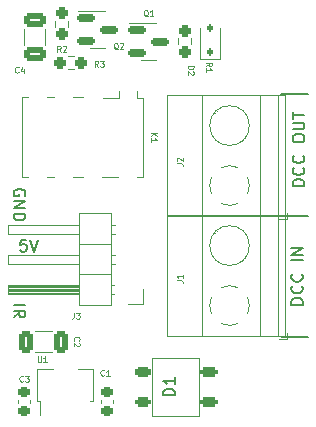
<source format=gbr>
%TF.GenerationSoftware,KiCad,Pcbnew,7.0.7*%
%TF.CreationDate,2024-02-03T00:12:54+01:00*%
%TF.ProjectId,keerlusRelais,6b656572-6c75-4735-9265-6c6169732e6b,rev?*%
%TF.SameCoordinates,Original*%
%TF.FileFunction,Legend,Top*%
%TF.FilePolarity,Positive*%
%FSLAX46Y46*%
G04 Gerber Fmt 4.6, Leading zero omitted, Abs format (unit mm)*
G04 Created by KiCad (PCBNEW 7.0.7) date 2024-02-03 00:12:54*
%MOMM*%
%LPD*%
G01*
G04 APERTURE LIST*
G04 Aperture macros list*
%AMRoundRect*
0 Rectangle with rounded corners*
0 $1 Rounding radius*
0 $2 $3 $4 $5 $6 $7 $8 $9 X,Y pos of 4 corners*
0 Add a 4 corners polygon primitive as box body*
4,1,4,$2,$3,$4,$5,$6,$7,$8,$9,$2,$3,0*
0 Add four circle primitives for the rounded corners*
1,1,$1+$1,$2,$3*
1,1,$1+$1,$4,$5*
1,1,$1+$1,$6,$7*
1,1,$1+$1,$8,$9*
0 Add four rect primitives between the rounded corners*
20,1,$1+$1,$2,$3,$4,$5,0*
20,1,$1+$1,$4,$5,$6,$7,0*
20,1,$1+$1,$6,$7,$8,$9,0*
20,1,$1+$1,$8,$9,$2,$3,0*%
%AMFreePoly0*
4,1,9,3.862500,-0.866500,0.737500,-0.866500,0.737500,-0.450000,-0.737500,-0.450000,-0.737500,0.450000,0.737500,0.450000,0.737500,0.866500,3.862500,0.866500,3.862500,-0.866500,3.862500,-0.866500,$1*%
G04 Aperture macros list end*
%ADD10C,0.150000*%
%ADD11C,0.075000*%
%ADD12C,0.120000*%
%ADD13RoundRect,0.237500X0.250000X0.237500X-0.250000X0.237500X-0.250000X-0.237500X0.250000X-0.237500X0*%
%ADD14RoundRect,0.212500X-0.459000X-0.212500X0.459000X-0.212500X0.459000X0.212500X-0.459000X0.212500X0*%
%ADD15RoundRect,0.210000X-0.461500X-0.210000X0.461500X-0.210000X0.461500X0.210000X-0.461500X0.210000X0*%
%ADD16RoundRect,0.210000X-0.511500X-0.210000X0.511500X-0.210000X0.511500X0.210000X-0.511500X0.210000X0*%
%ADD17R,2.600000X2.600000*%
%ADD18C,2.600000*%
%ADD19RoundRect,0.237500X-0.237500X0.250000X-0.237500X-0.250000X0.237500X-0.250000X0.237500X0.250000X0*%
%ADD20R,1.700000X1.700000*%
%ADD21O,1.700000X1.700000*%
%ADD22RoundRect,0.225000X-0.250000X0.225000X-0.250000X-0.225000X0.250000X-0.225000X0.250000X0.225000X0*%
%ADD23R,0.800000X1.800000*%
%ADD24RoundRect,0.237500X0.237500X-0.250000X0.237500X0.250000X-0.237500X0.250000X-0.237500X-0.250000X0*%
%ADD25RoundRect,0.150000X-0.587500X-0.150000X0.587500X-0.150000X0.587500X0.150000X-0.587500X0.150000X0*%
%ADD26RoundRect,0.250000X0.650000X-0.325000X0.650000X0.325000X-0.650000X0.325000X-0.650000X-0.325000X0*%
%ADD27R,0.900000X1.300000*%
%ADD28FreePoly0,90.000000*%
%ADD29C,3.200000*%
%ADD30RoundRect,0.112500X0.112500X-0.187500X0.112500X0.187500X-0.112500X0.187500X-0.112500X-0.187500X0*%
%ADD31RoundRect,0.250000X-0.325000X-0.650000X0.325000X-0.650000X0.325000X0.650000X-0.325000X0.650000X0*%
G04 APERTURE END LIST*
D10*
X192024000Y-63373000D02*
X194310000Y-63373000D01*
X192151000Y-73660000D02*
X194310000Y-73660000D01*
X192151000Y-83947000D02*
X194310000Y-83947000D01*
X193925819Y-81197220D02*
X192925819Y-81197220D01*
X192925819Y-81197220D02*
X192925819Y-80959125D01*
X192925819Y-80959125D02*
X192973438Y-80816268D01*
X192973438Y-80816268D02*
X193068676Y-80721030D01*
X193068676Y-80721030D02*
X193163914Y-80673411D01*
X193163914Y-80673411D02*
X193354390Y-80625792D01*
X193354390Y-80625792D02*
X193497247Y-80625792D01*
X193497247Y-80625792D02*
X193687723Y-80673411D01*
X193687723Y-80673411D02*
X193782961Y-80721030D01*
X193782961Y-80721030D02*
X193878200Y-80816268D01*
X193878200Y-80816268D02*
X193925819Y-80959125D01*
X193925819Y-80959125D02*
X193925819Y-81197220D01*
X193830580Y-79625792D02*
X193878200Y-79673411D01*
X193878200Y-79673411D02*
X193925819Y-79816268D01*
X193925819Y-79816268D02*
X193925819Y-79911506D01*
X193925819Y-79911506D02*
X193878200Y-80054363D01*
X193878200Y-80054363D02*
X193782961Y-80149601D01*
X193782961Y-80149601D02*
X193687723Y-80197220D01*
X193687723Y-80197220D02*
X193497247Y-80244839D01*
X193497247Y-80244839D02*
X193354390Y-80244839D01*
X193354390Y-80244839D02*
X193163914Y-80197220D01*
X193163914Y-80197220D02*
X193068676Y-80149601D01*
X193068676Y-80149601D02*
X192973438Y-80054363D01*
X192973438Y-80054363D02*
X192925819Y-79911506D01*
X192925819Y-79911506D02*
X192925819Y-79816268D01*
X192925819Y-79816268D02*
X192973438Y-79673411D01*
X192973438Y-79673411D02*
X193021057Y-79625792D01*
X193830580Y-78625792D02*
X193878200Y-78673411D01*
X193878200Y-78673411D02*
X193925819Y-78816268D01*
X193925819Y-78816268D02*
X193925819Y-78911506D01*
X193925819Y-78911506D02*
X193878200Y-79054363D01*
X193878200Y-79054363D02*
X193782961Y-79149601D01*
X193782961Y-79149601D02*
X193687723Y-79197220D01*
X193687723Y-79197220D02*
X193497247Y-79244839D01*
X193497247Y-79244839D02*
X193354390Y-79244839D01*
X193354390Y-79244839D02*
X193163914Y-79197220D01*
X193163914Y-79197220D02*
X193068676Y-79149601D01*
X193068676Y-79149601D02*
X192973438Y-79054363D01*
X192973438Y-79054363D02*
X192925819Y-78911506D01*
X192925819Y-78911506D02*
X192925819Y-78816268D01*
X192925819Y-78816268D02*
X192973438Y-78673411D01*
X192973438Y-78673411D02*
X193021057Y-78625792D01*
X193925819Y-77435315D02*
X192925819Y-77435315D01*
X193925819Y-76959125D02*
X192925819Y-76959125D01*
X192925819Y-76959125D02*
X193925819Y-76387697D01*
X193925819Y-76387697D02*
X192925819Y-76387697D01*
X170484969Y-75704819D02*
X170008779Y-75704819D01*
X170008779Y-75704819D02*
X169961160Y-76181009D01*
X169961160Y-76181009D02*
X170008779Y-76133390D01*
X170008779Y-76133390D02*
X170104017Y-76085771D01*
X170104017Y-76085771D02*
X170342112Y-76085771D01*
X170342112Y-76085771D02*
X170437350Y-76133390D01*
X170437350Y-76133390D02*
X170484969Y-76181009D01*
X170484969Y-76181009D02*
X170532588Y-76276247D01*
X170532588Y-76276247D02*
X170532588Y-76514342D01*
X170532588Y-76514342D02*
X170484969Y-76609580D01*
X170484969Y-76609580D02*
X170437350Y-76657200D01*
X170437350Y-76657200D02*
X170342112Y-76704819D01*
X170342112Y-76704819D02*
X170104017Y-76704819D01*
X170104017Y-76704819D02*
X170008779Y-76657200D01*
X170008779Y-76657200D02*
X169961160Y-76609580D01*
X170818303Y-75704819D02*
X171151636Y-76704819D01*
X171151636Y-76704819D02*
X171484969Y-75704819D01*
X194052819Y-71164220D02*
X193052819Y-71164220D01*
X193052819Y-71164220D02*
X193052819Y-70926125D01*
X193052819Y-70926125D02*
X193100438Y-70783268D01*
X193100438Y-70783268D02*
X193195676Y-70688030D01*
X193195676Y-70688030D02*
X193290914Y-70640411D01*
X193290914Y-70640411D02*
X193481390Y-70592792D01*
X193481390Y-70592792D02*
X193624247Y-70592792D01*
X193624247Y-70592792D02*
X193814723Y-70640411D01*
X193814723Y-70640411D02*
X193909961Y-70688030D01*
X193909961Y-70688030D02*
X194005200Y-70783268D01*
X194005200Y-70783268D02*
X194052819Y-70926125D01*
X194052819Y-70926125D02*
X194052819Y-71164220D01*
X193957580Y-69592792D02*
X194005200Y-69640411D01*
X194005200Y-69640411D02*
X194052819Y-69783268D01*
X194052819Y-69783268D02*
X194052819Y-69878506D01*
X194052819Y-69878506D02*
X194005200Y-70021363D01*
X194005200Y-70021363D02*
X193909961Y-70116601D01*
X193909961Y-70116601D02*
X193814723Y-70164220D01*
X193814723Y-70164220D02*
X193624247Y-70211839D01*
X193624247Y-70211839D02*
X193481390Y-70211839D01*
X193481390Y-70211839D02*
X193290914Y-70164220D01*
X193290914Y-70164220D02*
X193195676Y-70116601D01*
X193195676Y-70116601D02*
X193100438Y-70021363D01*
X193100438Y-70021363D02*
X193052819Y-69878506D01*
X193052819Y-69878506D02*
X193052819Y-69783268D01*
X193052819Y-69783268D02*
X193100438Y-69640411D01*
X193100438Y-69640411D02*
X193148057Y-69592792D01*
X193957580Y-68592792D02*
X194005200Y-68640411D01*
X194005200Y-68640411D02*
X194052819Y-68783268D01*
X194052819Y-68783268D02*
X194052819Y-68878506D01*
X194052819Y-68878506D02*
X194005200Y-69021363D01*
X194005200Y-69021363D02*
X193909961Y-69116601D01*
X193909961Y-69116601D02*
X193814723Y-69164220D01*
X193814723Y-69164220D02*
X193624247Y-69211839D01*
X193624247Y-69211839D02*
X193481390Y-69211839D01*
X193481390Y-69211839D02*
X193290914Y-69164220D01*
X193290914Y-69164220D02*
X193195676Y-69116601D01*
X193195676Y-69116601D02*
X193100438Y-69021363D01*
X193100438Y-69021363D02*
X193052819Y-68878506D01*
X193052819Y-68878506D02*
X193052819Y-68783268D01*
X193052819Y-68783268D02*
X193100438Y-68640411D01*
X193100438Y-68640411D02*
X193148057Y-68592792D01*
X193052819Y-67211839D02*
X193052819Y-67021363D01*
X193052819Y-67021363D02*
X193100438Y-66926125D01*
X193100438Y-66926125D02*
X193195676Y-66830887D01*
X193195676Y-66830887D02*
X193386152Y-66783268D01*
X193386152Y-66783268D02*
X193719485Y-66783268D01*
X193719485Y-66783268D02*
X193909961Y-66830887D01*
X193909961Y-66830887D02*
X194005200Y-66926125D01*
X194005200Y-66926125D02*
X194052819Y-67021363D01*
X194052819Y-67021363D02*
X194052819Y-67211839D01*
X194052819Y-67211839D02*
X194005200Y-67307077D01*
X194005200Y-67307077D02*
X193909961Y-67402315D01*
X193909961Y-67402315D02*
X193719485Y-67449934D01*
X193719485Y-67449934D02*
X193386152Y-67449934D01*
X193386152Y-67449934D02*
X193195676Y-67402315D01*
X193195676Y-67402315D02*
X193100438Y-67307077D01*
X193100438Y-67307077D02*
X193052819Y-67211839D01*
X193052819Y-66354696D02*
X193862342Y-66354696D01*
X193862342Y-66354696D02*
X193957580Y-66307077D01*
X193957580Y-66307077D02*
X194005200Y-66259458D01*
X194005200Y-66259458D02*
X194052819Y-66164220D01*
X194052819Y-66164220D02*
X194052819Y-65973744D01*
X194052819Y-65973744D02*
X194005200Y-65878506D01*
X194005200Y-65878506D02*
X193957580Y-65830887D01*
X193957580Y-65830887D02*
X193862342Y-65783268D01*
X193862342Y-65783268D02*
X193052819Y-65783268D01*
X193052819Y-65449934D02*
X193052819Y-64878506D01*
X194052819Y-65164220D02*
X193052819Y-65164220D01*
X170373561Y-71980588D02*
X170421180Y-71885350D01*
X170421180Y-71885350D02*
X170421180Y-71742493D01*
X170421180Y-71742493D02*
X170373561Y-71599636D01*
X170373561Y-71599636D02*
X170278323Y-71504398D01*
X170278323Y-71504398D02*
X170183085Y-71456779D01*
X170183085Y-71456779D02*
X169992609Y-71409160D01*
X169992609Y-71409160D02*
X169849752Y-71409160D01*
X169849752Y-71409160D02*
X169659276Y-71456779D01*
X169659276Y-71456779D02*
X169564038Y-71504398D01*
X169564038Y-71504398D02*
X169468800Y-71599636D01*
X169468800Y-71599636D02*
X169421180Y-71742493D01*
X169421180Y-71742493D02*
X169421180Y-71837731D01*
X169421180Y-71837731D02*
X169468800Y-71980588D01*
X169468800Y-71980588D02*
X169516419Y-72028207D01*
X169516419Y-72028207D02*
X169849752Y-72028207D01*
X169849752Y-72028207D02*
X169849752Y-71837731D01*
X169421180Y-72456779D02*
X170421180Y-72456779D01*
X170421180Y-72456779D02*
X169421180Y-73028207D01*
X169421180Y-73028207D02*
X170421180Y-73028207D01*
X169421180Y-73504398D02*
X170421180Y-73504398D01*
X170421180Y-73504398D02*
X170421180Y-73742493D01*
X170421180Y-73742493D02*
X170373561Y-73885350D01*
X170373561Y-73885350D02*
X170278323Y-73980588D01*
X170278323Y-73980588D02*
X170183085Y-74028207D01*
X170183085Y-74028207D02*
X169992609Y-74075826D01*
X169992609Y-74075826D02*
X169849752Y-74075826D01*
X169849752Y-74075826D02*
X169659276Y-74028207D01*
X169659276Y-74028207D02*
X169564038Y-73980588D01*
X169564038Y-73980588D02*
X169468800Y-73885350D01*
X169468800Y-73885350D02*
X169421180Y-73742493D01*
X169421180Y-73742493D02*
X169421180Y-73504398D01*
X169421180Y-81235779D02*
X170421180Y-81235779D01*
X169421180Y-82283397D02*
X169897371Y-81950064D01*
X169421180Y-81711969D02*
X170421180Y-81711969D01*
X170421180Y-81711969D02*
X170421180Y-82092921D01*
X170421180Y-82092921D02*
X170373561Y-82188159D01*
X170373561Y-82188159D02*
X170325942Y-82235778D01*
X170325942Y-82235778D02*
X170230704Y-82283397D01*
X170230704Y-82283397D02*
X170087847Y-82283397D01*
X170087847Y-82283397D02*
X169992609Y-82235778D01*
X169992609Y-82235778D02*
X169944990Y-82188159D01*
X169944990Y-82188159D02*
X169897371Y-82092921D01*
X169897371Y-82092921D02*
X169897371Y-81711969D01*
D11*
X176573666Y-61060409D02*
X176407000Y-60822314D01*
X176287952Y-61060409D02*
X176287952Y-60560409D01*
X176287952Y-60560409D02*
X176478428Y-60560409D01*
X176478428Y-60560409D02*
X176526047Y-60584219D01*
X176526047Y-60584219D02*
X176549857Y-60608028D01*
X176549857Y-60608028D02*
X176573666Y-60655647D01*
X176573666Y-60655647D02*
X176573666Y-60727076D01*
X176573666Y-60727076D02*
X176549857Y-60774695D01*
X176549857Y-60774695D02*
X176526047Y-60798504D01*
X176526047Y-60798504D02*
X176478428Y-60822314D01*
X176478428Y-60822314D02*
X176287952Y-60822314D01*
X176740333Y-60560409D02*
X177049857Y-60560409D01*
X177049857Y-60560409D02*
X176883190Y-60750885D01*
X176883190Y-60750885D02*
X176954619Y-60750885D01*
X176954619Y-60750885D02*
X177002238Y-60774695D01*
X177002238Y-60774695D02*
X177026047Y-60798504D01*
X177026047Y-60798504D02*
X177049857Y-60846123D01*
X177049857Y-60846123D02*
X177049857Y-60965171D01*
X177049857Y-60965171D02*
X177026047Y-61012790D01*
X177026047Y-61012790D02*
X177002238Y-61036600D01*
X177002238Y-61036600D02*
X176954619Y-61060409D01*
X176954619Y-61060409D02*
X176811762Y-61060409D01*
X176811762Y-61060409D02*
X176764143Y-61036600D01*
X176764143Y-61036600D02*
X176740333Y-61012790D01*
D10*
X183088819Y-88876094D02*
X182088819Y-88876094D01*
X182088819Y-88876094D02*
X182088819Y-88637999D01*
X182088819Y-88637999D02*
X182136438Y-88495142D01*
X182136438Y-88495142D02*
X182231676Y-88399904D01*
X182231676Y-88399904D02*
X182326914Y-88352285D01*
X182326914Y-88352285D02*
X182517390Y-88304666D01*
X182517390Y-88304666D02*
X182660247Y-88304666D01*
X182660247Y-88304666D02*
X182850723Y-88352285D01*
X182850723Y-88352285D02*
X182945961Y-88399904D01*
X182945961Y-88399904D02*
X183041200Y-88495142D01*
X183041200Y-88495142D02*
X183088819Y-88637999D01*
X183088819Y-88637999D02*
X183088819Y-88876094D01*
X183088819Y-87352285D02*
X183088819Y-87923713D01*
X183088819Y-87637999D02*
X182088819Y-87637999D01*
X182088819Y-87637999D02*
X182231676Y-87733237D01*
X182231676Y-87733237D02*
X182326914Y-87828475D01*
X182326914Y-87828475D02*
X182374533Y-87923713D01*
D11*
X183226409Y-79153666D02*
X183583552Y-79153666D01*
X183583552Y-79153666D02*
X183654980Y-79177475D01*
X183654980Y-79177475D02*
X183702600Y-79225094D01*
X183702600Y-79225094D02*
X183726409Y-79296523D01*
X183726409Y-79296523D02*
X183726409Y-79344142D01*
X183726409Y-78653666D02*
X183726409Y-78939380D01*
X183726409Y-78796523D02*
X183226409Y-78796523D01*
X183226409Y-78796523D02*
X183297838Y-78844142D01*
X183297838Y-78844142D02*
X183345457Y-78891761D01*
X183345457Y-78891761D02*
X183369266Y-78939380D01*
X173398666Y-59790409D02*
X173232000Y-59552314D01*
X173112952Y-59790409D02*
X173112952Y-59290409D01*
X173112952Y-59290409D02*
X173303428Y-59290409D01*
X173303428Y-59290409D02*
X173351047Y-59314219D01*
X173351047Y-59314219D02*
X173374857Y-59338028D01*
X173374857Y-59338028D02*
X173398666Y-59385647D01*
X173398666Y-59385647D02*
X173398666Y-59457076D01*
X173398666Y-59457076D02*
X173374857Y-59504695D01*
X173374857Y-59504695D02*
X173351047Y-59528504D01*
X173351047Y-59528504D02*
X173303428Y-59552314D01*
X173303428Y-59552314D02*
X173112952Y-59552314D01*
X173589143Y-59338028D02*
X173612952Y-59314219D01*
X173612952Y-59314219D02*
X173660571Y-59290409D01*
X173660571Y-59290409D02*
X173779619Y-59290409D01*
X173779619Y-59290409D02*
X173827238Y-59314219D01*
X173827238Y-59314219D02*
X173851047Y-59338028D01*
X173851047Y-59338028D02*
X173874857Y-59385647D01*
X173874857Y-59385647D02*
X173874857Y-59433266D01*
X173874857Y-59433266D02*
X173851047Y-59504695D01*
X173851047Y-59504695D02*
X173565333Y-59790409D01*
X173565333Y-59790409D02*
X173874857Y-59790409D01*
X183226409Y-69247666D02*
X183583552Y-69247666D01*
X183583552Y-69247666D02*
X183654980Y-69271475D01*
X183654980Y-69271475D02*
X183702600Y-69319094D01*
X183702600Y-69319094D02*
X183726409Y-69390523D01*
X183726409Y-69390523D02*
X183726409Y-69438142D01*
X183274028Y-69033380D02*
X183250219Y-69009571D01*
X183250219Y-69009571D02*
X183226409Y-68961952D01*
X183226409Y-68961952D02*
X183226409Y-68842904D01*
X183226409Y-68842904D02*
X183250219Y-68795285D01*
X183250219Y-68795285D02*
X183274028Y-68771476D01*
X183274028Y-68771476D02*
X183321647Y-68747666D01*
X183321647Y-68747666D02*
X183369266Y-68747666D01*
X183369266Y-68747666D02*
X183440695Y-68771476D01*
X183440695Y-68771476D02*
X183726409Y-69057190D01*
X183726409Y-69057190D02*
X183726409Y-68747666D01*
X174518333Y-81880409D02*
X174518333Y-82237552D01*
X174518333Y-82237552D02*
X174494524Y-82308980D01*
X174494524Y-82308980D02*
X174446905Y-82356600D01*
X174446905Y-82356600D02*
X174375476Y-82380409D01*
X174375476Y-82380409D02*
X174327857Y-82380409D01*
X174708809Y-81880409D02*
X175018333Y-81880409D01*
X175018333Y-81880409D02*
X174851666Y-82070885D01*
X174851666Y-82070885D02*
X174923095Y-82070885D01*
X174923095Y-82070885D02*
X174970714Y-82094695D01*
X174970714Y-82094695D02*
X174994523Y-82118504D01*
X174994523Y-82118504D02*
X175018333Y-82166123D01*
X175018333Y-82166123D02*
X175018333Y-82285171D01*
X175018333Y-82285171D02*
X174994523Y-82332790D01*
X174994523Y-82332790D02*
X174970714Y-82356600D01*
X174970714Y-82356600D02*
X174923095Y-82380409D01*
X174923095Y-82380409D02*
X174780238Y-82380409D01*
X174780238Y-82380409D02*
X174732619Y-82356600D01*
X174732619Y-82356600D02*
X174708809Y-82332790D01*
X170223666Y-87682790D02*
X170199857Y-87706600D01*
X170199857Y-87706600D02*
X170128428Y-87730409D01*
X170128428Y-87730409D02*
X170080809Y-87730409D01*
X170080809Y-87730409D02*
X170009381Y-87706600D01*
X170009381Y-87706600D02*
X169961762Y-87658980D01*
X169961762Y-87658980D02*
X169937952Y-87611361D01*
X169937952Y-87611361D02*
X169914143Y-87516123D01*
X169914143Y-87516123D02*
X169914143Y-87444695D01*
X169914143Y-87444695D02*
X169937952Y-87349457D01*
X169937952Y-87349457D02*
X169961762Y-87301838D01*
X169961762Y-87301838D02*
X170009381Y-87254219D01*
X170009381Y-87254219D02*
X170080809Y-87230409D01*
X170080809Y-87230409D02*
X170128428Y-87230409D01*
X170128428Y-87230409D02*
X170199857Y-87254219D01*
X170199857Y-87254219D02*
X170223666Y-87278028D01*
X170390333Y-87230409D02*
X170699857Y-87230409D01*
X170699857Y-87230409D02*
X170533190Y-87420885D01*
X170533190Y-87420885D02*
X170604619Y-87420885D01*
X170604619Y-87420885D02*
X170652238Y-87444695D01*
X170652238Y-87444695D02*
X170676047Y-87468504D01*
X170676047Y-87468504D02*
X170699857Y-87516123D01*
X170699857Y-87516123D02*
X170699857Y-87635171D01*
X170699857Y-87635171D02*
X170676047Y-87682790D01*
X170676047Y-87682790D02*
X170652238Y-87706600D01*
X170652238Y-87706600D02*
X170604619Y-87730409D01*
X170604619Y-87730409D02*
X170461762Y-87730409D01*
X170461762Y-87730409D02*
X170414143Y-87706600D01*
X170414143Y-87706600D02*
X170390333Y-87682790D01*
X181042590Y-66630952D02*
X181542590Y-66630952D01*
X181042590Y-66916666D02*
X181328304Y-66702381D01*
X181542590Y-66916666D02*
X181256876Y-66630952D01*
X181042590Y-67392857D02*
X181042590Y-67107143D01*
X181042590Y-67250000D02*
X181542590Y-67250000D01*
X181542590Y-67250000D02*
X181471161Y-67202381D01*
X181471161Y-67202381D02*
X181423542Y-67154762D01*
X181423542Y-67154762D02*
X181399733Y-67107143D01*
X185700590Y-61003666D02*
X185938685Y-60837000D01*
X185700590Y-60717952D02*
X186200590Y-60717952D01*
X186200590Y-60717952D02*
X186200590Y-60908428D01*
X186200590Y-60908428D02*
X186176780Y-60956047D01*
X186176780Y-60956047D02*
X186152971Y-60979857D01*
X186152971Y-60979857D02*
X186105352Y-61003666D01*
X186105352Y-61003666D02*
X186033923Y-61003666D01*
X186033923Y-61003666D02*
X185986304Y-60979857D01*
X185986304Y-60979857D02*
X185962495Y-60956047D01*
X185962495Y-60956047D02*
X185938685Y-60908428D01*
X185938685Y-60908428D02*
X185938685Y-60717952D01*
X185700590Y-61479857D02*
X185700590Y-61194143D01*
X185700590Y-61337000D02*
X186200590Y-61337000D01*
X186200590Y-61337000D02*
X186129161Y-61289381D01*
X186129161Y-61289381D02*
X186081542Y-61241762D01*
X186081542Y-61241762D02*
X186057733Y-61194143D01*
X178260380Y-59584028D02*
X178212761Y-59560219D01*
X178212761Y-59560219D02*
X178165142Y-59512600D01*
X178165142Y-59512600D02*
X178093714Y-59441171D01*
X178093714Y-59441171D02*
X178046095Y-59417361D01*
X178046095Y-59417361D02*
X177998476Y-59417361D01*
X178022285Y-59536409D02*
X177974666Y-59512600D01*
X177974666Y-59512600D02*
X177927047Y-59464980D01*
X177927047Y-59464980D02*
X177903238Y-59369742D01*
X177903238Y-59369742D02*
X177903238Y-59203076D01*
X177903238Y-59203076D02*
X177927047Y-59107838D01*
X177927047Y-59107838D02*
X177974666Y-59060219D01*
X177974666Y-59060219D02*
X178022285Y-59036409D01*
X178022285Y-59036409D02*
X178117523Y-59036409D01*
X178117523Y-59036409D02*
X178165142Y-59060219D01*
X178165142Y-59060219D02*
X178212761Y-59107838D01*
X178212761Y-59107838D02*
X178236571Y-59203076D01*
X178236571Y-59203076D02*
X178236571Y-59369742D01*
X178236571Y-59369742D02*
X178212761Y-59464980D01*
X178212761Y-59464980D02*
X178165142Y-59512600D01*
X178165142Y-59512600D02*
X178117523Y-59536409D01*
X178117523Y-59536409D02*
X178022285Y-59536409D01*
X178427048Y-59084028D02*
X178450857Y-59060219D01*
X178450857Y-59060219D02*
X178498476Y-59036409D01*
X178498476Y-59036409D02*
X178617524Y-59036409D01*
X178617524Y-59036409D02*
X178665143Y-59060219D01*
X178665143Y-59060219D02*
X178688952Y-59084028D01*
X178688952Y-59084028D02*
X178712762Y-59131647D01*
X178712762Y-59131647D02*
X178712762Y-59179266D01*
X178712762Y-59179266D02*
X178688952Y-59250695D01*
X178688952Y-59250695D02*
X178403238Y-59536409D01*
X178403238Y-59536409D02*
X178712762Y-59536409D01*
X169842666Y-61520790D02*
X169818857Y-61544600D01*
X169818857Y-61544600D02*
X169747428Y-61568409D01*
X169747428Y-61568409D02*
X169699809Y-61568409D01*
X169699809Y-61568409D02*
X169628381Y-61544600D01*
X169628381Y-61544600D02*
X169580762Y-61496980D01*
X169580762Y-61496980D02*
X169556952Y-61449361D01*
X169556952Y-61449361D02*
X169533143Y-61354123D01*
X169533143Y-61354123D02*
X169533143Y-61282695D01*
X169533143Y-61282695D02*
X169556952Y-61187457D01*
X169556952Y-61187457D02*
X169580762Y-61139838D01*
X169580762Y-61139838D02*
X169628381Y-61092219D01*
X169628381Y-61092219D02*
X169699809Y-61068409D01*
X169699809Y-61068409D02*
X169747428Y-61068409D01*
X169747428Y-61068409D02*
X169818857Y-61092219D01*
X169818857Y-61092219D02*
X169842666Y-61116028D01*
X170271238Y-61235076D02*
X170271238Y-61568409D01*
X170152190Y-61044600D02*
X170033143Y-61401742D01*
X170033143Y-61401742D02*
X170342666Y-61401742D01*
X177081666Y-87174790D02*
X177057857Y-87198600D01*
X177057857Y-87198600D02*
X176986428Y-87222409D01*
X176986428Y-87222409D02*
X176938809Y-87222409D01*
X176938809Y-87222409D02*
X176867381Y-87198600D01*
X176867381Y-87198600D02*
X176819762Y-87150980D01*
X176819762Y-87150980D02*
X176795952Y-87103361D01*
X176795952Y-87103361D02*
X176772143Y-87008123D01*
X176772143Y-87008123D02*
X176772143Y-86936695D01*
X176772143Y-86936695D02*
X176795952Y-86841457D01*
X176795952Y-86841457D02*
X176819762Y-86793838D01*
X176819762Y-86793838D02*
X176867381Y-86746219D01*
X176867381Y-86746219D02*
X176938809Y-86722409D01*
X176938809Y-86722409D02*
X176986428Y-86722409D01*
X176986428Y-86722409D02*
X177057857Y-86746219D01*
X177057857Y-86746219D02*
X177081666Y-86770028D01*
X177557857Y-87222409D02*
X177272143Y-87222409D01*
X177415000Y-87222409D02*
X177415000Y-86722409D01*
X177415000Y-86722409D02*
X177367381Y-86793838D01*
X177367381Y-86793838D02*
X177319762Y-86841457D01*
X177319762Y-86841457D02*
X177272143Y-86865266D01*
X171450047Y-85579409D02*
X171450047Y-85984171D01*
X171450047Y-85984171D02*
X171473857Y-86031790D01*
X171473857Y-86031790D02*
X171497666Y-86055600D01*
X171497666Y-86055600D02*
X171545285Y-86079409D01*
X171545285Y-86079409D02*
X171640523Y-86079409D01*
X171640523Y-86079409D02*
X171688142Y-86055600D01*
X171688142Y-86055600D02*
X171711952Y-86031790D01*
X171711952Y-86031790D02*
X171735761Y-85984171D01*
X171735761Y-85984171D02*
X171735761Y-85579409D01*
X172235762Y-86079409D02*
X171950048Y-86079409D01*
X172092905Y-86079409D02*
X172092905Y-85579409D01*
X172092905Y-85579409D02*
X172045286Y-85650838D01*
X172045286Y-85650838D02*
X171997667Y-85698457D01*
X171997667Y-85698457D02*
X171950048Y-85722266D01*
X184176590Y-60971952D02*
X184676590Y-60971952D01*
X184676590Y-60971952D02*
X184676590Y-61091000D01*
X184676590Y-61091000D02*
X184652780Y-61162428D01*
X184652780Y-61162428D02*
X184605161Y-61210047D01*
X184605161Y-61210047D02*
X184557542Y-61233857D01*
X184557542Y-61233857D02*
X184462304Y-61257666D01*
X184462304Y-61257666D02*
X184390876Y-61257666D01*
X184390876Y-61257666D02*
X184295638Y-61233857D01*
X184295638Y-61233857D02*
X184248019Y-61210047D01*
X184248019Y-61210047D02*
X184200400Y-61162428D01*
X184200400Y-61162428D02*
X184176590Y-61091000D01*
X184176590Y-61091000D02*
X184176590Y-60971952D01*
X184628971Y-61448143D02*
X184652780Y-61471952D01*
X184652780Y-61471952D02*
X184676590Y-61519571D01*
X184676590Y-61519571D02*
X184676590Y-61638619D01*
X184676590Y-61638619D02*
X184652780Y-61686238D01*
X184652780Y-61686238D02*
X184628971Y-61710047D01*
X184628971Y-61710047D02*
X184581352Y-61733857D01*
X184581352Y-61733857D02*
X184533733Y-61733857D01*
X184533733Y-61733857D02*
X184462304Y-61710047D01*
X184462304Y-61710047D02*
X184176590Y-61424333D01*
X184176590Y-61424333D02*
X184176590Y-61733857D01*
X174572209Y-84244666D02*
X174548400Y-84220857D01*
X174548400Y-84220857D02*
X174524590Y-84149428D01*
X174524590Y-84149428D02*
X174524590Y-84101809D01*
X174524590Y-84101809D02*
X174548400Y-84030381D01*
X174548400Y-84030381D02*
X174596019Y-83982762D01*
X174596019Y-83982762D02*
X174643638Y-83958952D01*
X174643638Y-83958952D02*
X174738876Y-83935143D01*
X174738876Y-83935143D02*
X174810304Y-83935143D01*
X174810304Y-83935143D02*
X174905542Y-83958952D01*
X174905542Y-83958952D02*
X174953161Y-83982762D01*
X174953161Y-83982762D02*
X175000780Y-84030381D01*
X175000780Y-84030381D02*
X175024590Y-84101809D01*
X175024590Y-84101809D02*
X175024590Y-84149428D01*
X175024590Y-84149428D02*
X175000780Y-84220857D01*
X175000780Y-84220857D02*
X174976971Y-84244666D01*
X174976971Y-84435143D02*
X175000780Y-84458952D01*
X175000780Y-84458952D02*
X175024590Y-84506571D01*
X175024590Y-84506571D02*
X175024590Y-84625619D01*
X175024590Y-84625619D02*
X175000780Y-84673238D01*
X175000780Y-84673238D02*
X174976971Y-84697047D01*
X174976971Y-84697047D02*
X174929352Y-84720857D01*
X174929352Y-84720857D02*
X174881733Y-84720857D01*
X174881733Y-84720857D02*
X174810304Y-84697047D01*
X174810304Y-84697047D02*
X174524590Y-84411333D01*
X174524590Y-84411333D02*
X174524590Y-84720857D01*
X180800380Y-56803028D02*
X180752761Y-56779219D01*
X180752761Y-56779219D02*
X180705142Y-56731600D01*
X180705142Y-56731600D02*
X180633714Y-56660171D01*
X180633714Y-56660171D02*
X180586095Y-56636361D01*
X180586095Y-56636361D02*
X180538476Y-56636361D01*
X180562285Y-56755409D02*
X180514666Y-56731600D01*
X180514666Y-56731600D02*
X180467047Y-56683980D01*
X180467047Y-56683980D02*
X180443238Y-56588742D01*
X180443238Y-56588742D02*
X180443238Y-56422076D01*
X180443238Y-56422076D02*
X180467047Y-56326838D01*
X180467047Y-56326838D02*
X180514666Y-56279219D01*
X180514666Y-56279219D02*
X180562285Y-56255409D01*
X180562285Y-56255409D02*
X180657523Y-56255409D01*
X180657523Y-56255409D02*
X180705142Y-56279219D01*
X180705142Y-56279219D02*
X180752761Y-56326838D01*
X180752761Y-56326838D02*
X180776571Y-56422076D01*
X180776571Y-56422076D02*
X180776571Y-56588742D01*
X180776571Y-56588742D02*
X180752761Y-56683980D01*
X180752761Y-56683980D02*
X180705142Y-56731600D01*
X180705142Y-56731600D02*
X180657523Y-56755409D01*
X180657523Y-56755409D02*
X180562285Y-56755409D01*
X181252762Y-56755409D02*
X180967048Y-56755409D01*
X181109905Y-56755409D02*
X181109905Y-56255409D01*
X181109905Y-56255409D02*
X181062286Y-56326838D01*
X181062286Y-56326838D02*
X181014667Y-56374457D01*
X181014667Y-56374457D02*
X180967048Y-56398266D01*
D12*
%TO.C,R3*%
X174498724Y-61228500D02*
X173989276Y-61228500D01*
X174498724Y-60183500D02*
X173989276Y-60183500D01*
%TO.C,D1*%
X181134000Y-90638000D02*
X185134000Y-90638000D01*
X185134000Y-90638000D02*
X185134000Y-85738000D01*
X185134000Y-85738000D02*
X181134000Y-85738000D01*
X181134000Y-85738000D02*
X181134000Y-90638000D01*
%TO.C,J1*%
X191866000Y-84120000D02*
X192606000Y-84120000D01*
X192606000Y-84120000D02*
X192606000Y-83620000D01*
X182445000Y-83880000D02*
X192366000Y-83880000D01*
X182445000Y-83880000D02*
X182445000Y-73600000D01*
X185405000Y-83880000D02*
X185405000Y-73600000D01*
X190306000Y-83880000D02*
X190306000Y-73600000D01*
X191806000Y-83880000D02*
X191806000Y-73600000D01*
X192366000Y-83880000D02*
X192366000Y-73600000D01*
X188729000Y-77427000D02*
X188775000Y-77474000D01*
X188945000Y-77234000D02*
X188980000Y-77269000D01*
X186431000Y-75130000D02*
X186467000Y-75165000D01*
X186637000Y-74925000D02*
X186683000Y-74972000D01*
X182445000Y-73600000D02*
X192366000Y-73600000D01*
X187022001Y-82814999D02*
G75*
G03*
X188389042Y-82815426I684000J1534992D01*
G01*
X186171001Y-80596001D02*
G75*
G03*
X186170574Y-81963042I1534992J-684000D01*
G01*
X189240999Y-81964000D02*
G75*
G03*
X189386252Y-81251195I-1535000J683999D01*
G01*
X189385999Y-81280000D02*
G75*
G03*
X189240755Y-80596682I-1679999J0D01*
G01*
X188390000Y-79745000D02*
G75*
G03*
X187022958Y-79744574I-684000J-1535000D01*
G01*
X189386000Y-76200000D02*
G75*
G03*
X189386000Y-76200000I-1680000J0D01*
G01*
%TO.C,R2*%
X174004500Y-57149276D02*
X174004500Y-57658724D01*
X172959500Y-57149276D02*
X172959500Y-57658724D01*
%TO.C,J2*%
X191866000Y-73960000D02*
X192606000Y-73960000D01*
X192606000Y-73960000D02*
X192606000Y-73460000D01*
X182445000Y-73720000D02*
X192366000Y-73720000D01*
X182445000Y-73720000D02*
X182445000Y-63440000D01*
X185405000Y-73720000D02*
X185405000Y-63440000D01*
X190306000Y-73720000D02*
X190306000Y-63440000D01*
X191806000Y-73720000D02*
X191806000Y-63440000D01*
X192366000Y-73720000D02*
X192366000Y-63440000D01*
X188729000Y-67267000D02*
X188775000Y-67314000D01*
X188945000Y-67074000D02*
X188980000Y-67109000D01*
X186431000Y-64970000D02*
X186467000Y-65005000D01*
X186637000Y-64765000D02*
X186683000Y-64812000D01*
X182445000Y-63440000D02*
X192366000Y-63440000D01*
X187022001Y-72654999D02*
G75*
G03*
X188389042Y-72655426I684000J1534992D01*
G01*
X186171001Y-70436001D02*
G75*
G03*
X186170574Y-71803042I1534992J-684000D01*
G01*
X189240999Y-71804000D02*
G75*
G03*
X189386252Y-71091195I-1535000J683999D01*
G01*
X189385999Y-71120000D02*
G75*
G03*
X189240755Y-70436682I-1679999J0D01*
G01*
X188390000Y-69585000D02*
G75*
G03*
X187022958Y-69584574I-684000J-1535000D01*
G01*
X189386000Y-66040000D02*
G75*
G03*
X189386000Y-66040000I-1680000J0D01*
G01*
%TO.C,J3*%
X180340000Y-81153000D02*
X179070000Y-81153000D01*
X180340000Y-79883000D02*
X180340000Y-81153000D01*
X178027071Y-77723000D02*
X177630000Y-77723000D01*
X178027071Y-76963000D02*
X177630000Y-76963000D01*
X178027071Y-75183000D02*
X177630000Y-75183000D01*
X178027071Y-74423000D02*
X177630000Y-74423000D01*
X177960000Y-80263000D02*
X177630000Y-80263000D01*
X177960000Y-79503000D02*
X177630000Y-79503000D01*
X177630000Y-81213000D02*
X177630000Y-73473000D01*
X177630000Y-78613000D02*
X174970000Y-78613000D01*
X177630000Y-76073000D02*
X174970000Y-76073000D01*
X177630000Y-73473000D02*
X174970000Y-73473000D01*
X174970000Y-81213000D02*
X177630000Y-81213000D01*
X174970000Y-80263000D02*
X168970000Y-80263000D01*
X174970000Y-80203000D02*
X168970000Y-80203000D01*
X174970000Y-80083000D02*
X168970000Y-80083000D01*
X174970000Y-79963000D02*
X168970000Y-79963000D01*
X174970000Y-79843000D02*
X168970000Y-79843000D01*
X174970000Y-79723000D02*
X168970000Y-79723000D01*
X174970000Y-79603000D02*
X168970000Y-79603000D01*
X174970000Y-77723000D02*
X168970000Y-77723000D01*
X174970000Y-75183000D02*
X168970000Y-75183000D01*
X174970000Y-73473000D02*
X174970000Y-81213000D01*
X168970000Y-80263000D02*
X168970000Y-79503000D01*
X168970000Y-79503000D02*
X174970000Y-79503000D01*
X168970000Y-77723000D02*
X168970000Y-76963000D01*
X168970000Y-76963000D02*
X174970000Y-76963000D01*
X168970000Y-75183000D02*
X168970000Y-74423000D01*
X168970000Y-74423000D02*
X174970000Y-74423000D01*
%TO.C,C3*%
X170817000Y-89254420D02*
X170817000Y-89535580D01*
X169797000Y-89254420D02*
X169797000Y-89535580D01*
%TO.C,K1*%
X174470000Y-63660000D02*
X175270000Y-63660000D01*
X172270000Y-63660000D02*
X172870000Y-63660000D01*
X170170000Y-63660000D02*
X170670000Y-63660000D01*
X180360000Y-63700000D02*
X179860000Y-63700000D01*
X180360000Y-63700000D02*
X180370000Y-70360000D01*
X179860000Y-63700000D02*
X179860000Y-63100000D01*
X178360000Y-63700000D02*
X178360000Y-63100000D01*
X176960000Y-63700000D02*
X178360000Y-63700000D01*
X180370000Y-70360000D02*
X179870000Y-70360000D01*
X178270000Y-70360000D02*
X176870000Y-70360000D01*
X175270000Y-70360000D02*
X174470000Y-70360000D01*
X172870000Y-70360000D02*
X172270000Y-70360000D01*
X170670000Y-70360000D02*
X170170000Y-70360000D01*
X170170000Y-70360000D02*
X170170000Y-63660000D01*
%TO.C,R1*%
X183373500Y-59159224D02*
X183373500Y-58649776D01*
X184418500Y-59159224D02*
X184418500Y-58649776D01*
%TO.C,Q2*%
X176530000Y-56352000D02*
X174855000Y-56352000D01*
X176530000Y-56352000D02*
X177180000Y-56352000D01*
X176530000Y-59472000D02*
X175880000Y-59472000D01*
X176530000Y-59472000D02*
X177180000Y-59472000D01*
%TO.C,C4*%
X170286000Y-59258252D02*
X170286000Y-57835748D01*
X172106000Y-59258252D02*
X172106000Y-57835748D01*
%TO.C,C1*%
X177802000Y-89267420D02*
X177802000Y-89548580D01*
X176782000Y-89267420D02*
X176782000Y-89548580D01*
%TO.C,U1*%
X171664000Y-90526500D02*
X171664000Y-89386500D01*
X171434000Y-89386500D02*
X171664000Y-89386500D01*
X171434000Y-89386500D02*
X171434000Y-86666500D01*
X176154000Y-89386500D02*
X175924000Y-89386500D01*
X171434000Y-86666500D02*
X172744000Y-86666500D01*
X174844000Y-86666500D02*
X176154000Y-86666500D01*
X176154000Y-86666500D02*
X176154000Y-89386500D01*
%TO.C,D2*%
X185205000Y-60411000D02*
X186905000Y-60411000D01*
X185205000Y-60411000D02*
X185205000Y-57751000D01*
X186905000Y-60411000D02*
X186905000Y-57751000D01*
%TO.C,C2*%
X171246748Y-83418000D02*
X172669252Y-83418000D01*
X171246748Y-85238000D02*
X172669252Y-85238000D01*
%TO.C,Q1*%
X180848000Y-57368000D02*
X179173000Y-57368000D01*
X180848000Y-57368000D02*
X181498000Y-57368000D01*
X180848000Y-60488000D02*
X180198000Y-60488000D01*
X180848000Y-60488000D02*
X181498000Y-60488000D01*
%TD*%
%LPC*%
D13*
%TO.C,R3*%
X175156500Y-60706000D03*
X173331500Y-60706000D03*
%TD*%
D14*
%TO.C,D1*%
X180362500Y-86863000D03*
D15*
X180362500Y-89408000D03*
D16*
X185955500Y-89408000D03*
X185955500Y-86868000D03*
%TD*%
D17*
%TO.C,J1*%
X187706000Y-81280000D03*
D18*
X187706000Y-76200000D03*
%TD*%
D19*
%TO.C,R2*%
X173482000Y-56491500D03*
X173482000Y-58316500D03*
%TD*%
D17*
%TO.C,J2*%
X187706000Y-71120000D03*
D18*
X187706000Y-66040000D03*
%TD*%
D20*
%TO.C,J3*%
X179070000Y-79883000D03*
D21*
X179070000Y-77343000D03*
X179070000Y-74803000D03*
%TD*%
D22*
%TO.C,C3*%
X170307000Y-88620000D03*
X170307000Y-90170000D03*
%TD*%
D23*
%TO.C,K1*%
X179070000Y-63500000D03*
X175870000Y-63500000D03*
X173670000Y-63500000D03*
X171470000Y-63500000D03*
X171470000Y-70500000D03*
X173670000Y-70500000D03*
X175870000Y-70500000D03*
X179070000Y-70500000D03*
%TD*%
D24*
%TO.C,R1*%
X183896000Y-59817000D03*
X183896000Y-57992000D03*
%TD*%
D25*
%TO.C,Q2*%
X175592500Y-56962000D03*
X175592500Y-58862000D03*
X177467500Y-57912000D03*
%TD*%
D26*
%TO.C,C4*%
X171196000Y-60022000D03*
X171196000Y-57072000D03*
%TD*%
D22*
%TO.C,C1*%
X177292000Y-88633000D03*
X177292000Y-90183000D03*
%TD*%
D27*
%TO.C,U1*%
X172294000Y-89976500D03*
D28*
X173794000Y-89889000D03*
D27*
X175294000Y-89976500D03*
%TD*%
D29*
%TO.C,REF\u002A\u002A*%
X191000000Y-88000000D03*
%TD*%
D30*
%TO.C,D2*%
X186055000Y-59851000D03*
X186055000Y-57751000D03*
%TD*%
D31*
%TO.C,C2*%
X170483000Y-84328000D03*
X173433000Y-84328000D03*
%TD*%
D25*
%TO.C,Q1*%
X179910500Y-57978000D03*
X179910500Y-59878000D03*
X181785500Y-58928000D03*
%TD*%
D29*
%TO.C,REF\u002A\u002A*%
X191000000Y-59000000D03*
%TD*%
%LPD*%
M02*

</source>
